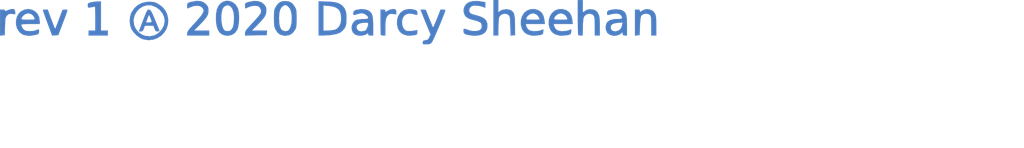
<source format=kicad_pcb>

(kicad_pcb (version 4) (host pcbnew 4.0.7)

	(general
		(links 0)
		(no_connects 0)
		(area 77.052499 41.877835 92.193313 53.630501)
		(thickness 1.6)
		(drawings 8)
		(tracks 0)
		(zones 0)
		(modules 1)
		(nets 1)
	)

	(page A4)
	(layers
		(0 F.Cu signal)
		(31 B.Cu signal)
		(32 B.Adhes user)
		(33 F.Adhes user)
		(34 B.Paste user)
		(35 F.Paste user)
		(36 B.SilkS user)
		(37 F.SilkS user)
		(38 B.Mask user)
		(39 F.Mask user)
		(40 Dwgs.User user)
		(41 Cmts.User user)
		(42 Eco1.User user)
		(43 Eco2.User user)
		(44 Edge.Cuts user)
		(45 Margin user)
		(46 B.CrtYd user)
		(47 F.CrtYd user)
		(48 B.Fab user)
		(49 F.Fab user)
	)

	(setup
		(last_trace_width 0.25)
		(trace_clearance 0.2)
		(zone_clearance 0.508)
		(zone_45_only no)
		(trace_min 0.2)
		(segment_width 0.2)
		(edge_width 0.15)
		(via_size 0.6)
		(via_drill 0.4)
		(via_min_size 0.4)
		(via_min_drill 0.3)
		(uvia_size 0.3)
		(uvia_drill 0.1)
		(uvias_allowed no)
		(uvia_min_size 0.2)
		(uvia_min_drill 0.1)
		(pcb_text_width 0.3)
		(pcb_text_size 1.5 1.5)
		(mod_edge_width 0.15)
		(mod_text_size 1 1)
		(mod_text_width 0.15)
		(pad_size 1.524 1.524)
		(pad_drill 0.762)
		(pad_to_mask_clearance 0.2)
		(aux_axis_origin 0 0)
		(visible_elements FFFFFF7F)
		(pcbplotparams
			(layerselection 0x010f0_80000001)
			(usegerberextensions false)
			(excludeedgelayer true)
			(linewidth 0.100000)
			(plotframeref false)
			(viasonmask false)
			(mode 1)
			(useauxorigin false)
			(hpglpennumber 1)
			(hpglpenspeed 20)
			(hpglpendiameter 15)
			(hpglpenoverlay 2)
			(psnegative false)
			(psa4output false)
			(plotreference true)
			(plotvalue true)
			(plotinvisibletext false)
			(padsonsilk false)
			(subtractmaskfromsilk false)
			(outputformat 1)
			(mirror false)
			(drillshape 1)
			(scaleselection 1)
			(outputdirectory gerbers/))
	)

	(net 0 "")

	(net_class Default "This is the default net class."
		(clearance 0.2)
		(trace_width 0.25)
		(via_dia 0.6)
		(via_drill 0.4)
		(uvia_dia 0.3)
		(uvia_drill 0.1)
	)
(module LOGO (layer F.Cu)
  (at 0 0)
 (fp_text reference "G***" (at 0 0) (layer F.SilkS) hide
  (effects (font (thickness 0.3)))
  )
  (fp_text value "LOGO" (at 0.75 0) (layer F.SilkS) hide
  (effects (font (thickness 0.3)))
  )
  (fp_poly (pts (xy -14.014219 -2.915456) (xy -13.991491 -2.901907) (xy -13.991167 -2.899884) (xy -13.999321 -2.867246) (xy -14.021883 -2.802753) (xy -14.056005 -2.713207) (xy -14.098836 -2.605409) (xy -14.147529 -2.486160)
     (xy -14.199233 -2.362263) (xy -14.251100 -2.240517) (xy -14.300281 -2.127726) (xy -14.343926 -2.030689) (xy -14.379186 -1.956209) (xy -14.403213 -1.911086) (xy -14.408689 -1.903189) (xy -14.444932 -1.866567)
     (xy -14.484193 -1.848122) (xy -14.542674 -1.841900) (xy -14.576538 -1.841500) (xy -14.642780 -1.842557) (xy -14.676511 -1.849215) (xy -14.687550 -1.866707) (xy -14.685781 -1.899708) (xy -14.675165 -1.939383)
     (xy -14.646679 -1.957859) (xy -14.601507 -1.964379) (xy -14.549810 -1.973801) (xy -14.516255 -1.998958) (xy -14.485941 -2.051610) (xy -14.482923 -2.057971) (xy -14.441915 -2.145100) (xy -14.597541 -2.525060)
     (xy -14.645636 -2.642940) (xy -14.687693 -2.746891) (xy -14.721256 -2.830772) (xy -14.743869 -2.888441) (xy -14.753078 -2.913755) (xy -14.753167 -2.914288) (xy -14.734560 -2.918707) (xy -14.688471 -2.917989)
     (xy -14.674815 -2.916986) (xy -14.596462 -2.910417) (xy -14.489053 -2.641752) (xy -14.448977 -2.542748) (xy -14.413898 -2.458394) (xy -14.387030 -2.396254) (xy -14.371590 -2.363893) (xy -14.369797 -2.361241)
     (xy -14.358341 -2.375513) (xy -14.334779 -2.422750) (xy -14.302106 -2.496368) (xy -14.263317 -2.589783) (xy -14.245188 -2.635198) (xy -14.132425 -2.921000) (xy -14.061796 -2.921000) (xy -14.014219 -2.915456) )(layer B.Cu) (width  0.010000)
  )
  (fp_poly (pts (xy -23.106259 -3.160333) (xy -23.037717 -3.149169) (xy -22.974758 -3.125645) (xy -22.926489 -3.100819) (xy -22.794133 -3.006976) (xy -22.696764 -2.889345) (xy -22.637714 -2.759185) (xy -22.609471 -2.606472)
     (xy -22.619126 -2.460575) (xy -22.662312 -2.325880) (xy -22.734666 -2.206769) (xy -22.831820 -2.107627) (xy -22.949410 -2.032835) (xy -23.083069 -1.986779) (xy -23.228433 -1.973841) (xy -23.381135 -1.998405)
     (xy -23.392125 -2.001684) (xy -23.487594 -2.046993) (xy -23.586236 -2.120144) (xy -23.675292 -2.209758) (xy -23.742003 -2.304458) (xy -23.750866 -2.321604) (xy -23.787760 -2.436948) (xy -23.800500 -2.569322)
     (xy -23.800131 -2.573591) (xy -23.688524 -2.573591) (xy -23.669628 -2.435896) (xy -23.616953 -2.315771) (xy -23.536520 -2.216929) (xy -23.434346 -2.143087) (xy -23.316453 -2.097959) (xy -23.188860 -2.085259)
     (xy -23.057586 -2.108702) (xy -22.984480 -2.139119) (xy -22.880126 -2.213380) (xy -22.795270 -2.314709) (xy -22.736978 -2.431948) (xy -22.712318 -2.553942) (xy -22.711952 -2.569294) (xy -22.731802 -2.697438)
     (xy -22.787675 -2.816762) (xy -22.873297 -2.920238) (xy -22.982397 -3.000840) (xy -23.108700 -3.051538) (xy -23.149989 -3.060024) (xy -23.275121 -3.059955) (xy -23.394327 -3.023253) (xy -23.501296 -2.955617)
     (xy -23.589719 -2.862746) (xy -23.653288 -2.750338) (xy -23.685694 -2.624092) (xy -23.688524 -2.573591) (xy -23.800131 -2.573591) (xy -23.789040 -2.701629) (xy -23.753335 -2.816772) (xy -23.752178 -2.819185)
     (xy -23.664474 -2.957326) (xy -23.552502 -3.060941) (xy -23.417728 -3.129120) (xy -23.261613 -3.160952) (xy -23.198667 -3.163336) (xy -23.106259 -3.160333) )(layer B.Cu) (width  0.010000)
  )
  (fp_poly (pts (xy -26.846803 -2.916110) (xy -26.751641 -2.865504) (xy -26.675365 -2.787982) (xy -26.624732 -2.687130) (xy -26.606500 -2.567265) (xy -26.606500 -2.476500) (xy -26.892250 -2.476500) (xy -27.008840 -2.475878)
     (xy -27.089380 -2.473532) (xy -27.140140 -2.468742) (xy -27.167392 -2.460788) (xy -27.177407 -2.448950) (xy -27.178000 -2.443699) (xy -27.161273 -2.379304) (xy -27.119687 -2.315207) (xy -27.066137 -2.270861)
     (xy -27.062175 -2.268954) (xy -26.985969 -2.249425) (xy -26.889254 -2.244952) (xy -26.790949 -2.255177) (xy -26.719652 -2.275417) (xy -26.663609 -2.298254) (xy -26.636658 -2.301789) (xy -26.628207 -2.281464)
     (xy -26.627667 -2.235834) (xy -26.631314 -2.190299) (xy -26.649880 -2.164887) (xy -26.694798 -2.147621) (xy -26.717625 -2.141599) (xy -26.837861 -2.116806) (xy -26.939923 -2.110498) (xy -27.019250 -2.117429)
     (xy -27.117104 -2.141199) (xy -27.192707 -2.186313) (xy -27.249244 -2.244152) (xy -27.309053 -2.344486) (xy -27.338526 -2.459774) (xy -27.338789 -2.580101) (xy -27.323924 -2.641794) (xy -27.178303 -2.641794)
     (xy -27.164333 -2.620122) (xy -27.118034 -2.608531) (xy -27.035591 -2.604034) (xy -26.966333 -2.603500) (xy -26.861557 -2.605652) (xy -26.790549 -2.611855) (xy -26.756935 -2.621727) (xy -26.754667 -2.625718)
     (xy -26.771164 -2.682049) (xy -26.812063 -2.741110) (xy -26.864472 -2.785596) (xy -26.879271 -2.793008) (xy -26.968394 -2.808826) (xy -27.054020 -2.785003) (xy -27.124511 -2.727320) (xy -27.163758 -2.676531)
     (xy -27.178303 -2.641794) (xy -27.323924 -2.641794) (xy -27.310969 -2.695553) (xy -27.256194 -2.796215) (xy -27.178033 -2.870574) (xy -27.066757 -2.922232) (xy -26.954094 -2.936215) (xy -26.846803 -2.916110) )(layer B.Cu) (width  0.010000)
  )
  (fp_poly (pts (xy -20.696811 -3.187476) (xy -20.600169 -3.148539) (xy -20.516367 -3.079759) (xy -20.452902 -2.983353) (xy -20.435508 -2.939432) (xy -20.414818 -2.844098) (xy -20.405248 -2.726018) (xy -20.406221 -2.598235)
     (xy -20.417158 -2.473793) (xy -20.437483 -2.365738) (xy -20.464191 -2.291601) (xy -20.535694 -2.195342) (xy -20.629313 -2.134443) (xy -20.741461 -2.110629) (xy -20.828000 -2.116760) (xy -20.930013 -2.150317)
     (xy -21.008722 -2.212884) (xy -21.065612 -2.306877) (xy -21.102168 -2.434715) (xy -21.119502 -2.591345) (xy -21.119016 -2.636332) (xy -20.958995 -2.636332) (xy -20.949949 -2.518851) (xy -20.929517 -2.412017)
     (xy -20.897984 -2.325906) (xy -20.855628 -2.270592) (xy -20.855015 -2.270125) (xy -20.798331 -2.247675) (xy -20.730601 -2.246657) (xy -20.671887 -2.266014) (xy -20.654084 -2.280708) (xy -20.618202 -2.329821)
     (xy -20.596108 -2.367306) (xy -20.576598 -2.429512) (xy -20.563564 -2.520108) (xy -20.557676 -2.625550) (xy -20.559603 -2.732295) (xy -20.570014 -2.826801) (xy -20.572718 -2.840875) (xy -20.607090 -2.943192)
     (xy -20.658410 -3.015278) (xy -20.721611 -3.054282) (xy -20.791628 -3.057356) (xy -20.863392 -3.021653) (xy -20.875714 -3.011240) (xy -20.915018 -2.951915) (xy -20.941812 -2.862938) (xy -20.956377 -2.754386)
     (xy -20.958995 -2.636332) (xy -21.119016 -2.636332) (xy -21.117526 -2.773989) (xy -21.090492 -2.923587) (xy -21.038063 -3.041458) (xy -20.988835 -3.103065) (xy -20.898639 -3.166956) (xy -20.798800 -3.194354)
     (xy -20.696811 -3.187476) )(layer B.Cu) (width  0.010000)
  )
  (fp_poly (pts (xy -18.861083 -3.175273) (xy -18.780770 -3.140098) (xy -18.714022 -3.073696) (xy -18.669000 -3.003792) (xy -18.646666 -2.961074) (xy -18.631659 -2.919880) (xy -18.622541 -2.870490) (xy -18.617875 -2.803185)
     (xy -18.616226 -2.708247) (xy -18.616083 -2.645833) (xy -18.616900 -2.531273) (xy -18.620225 -2.449336) (xy -18.627367 -2.390332) (xy -18.639638 -2.344569) (xy -18.658348 -2.302354) (xy -18.663981 -2.291601)
     (xy -18.736668 -2.194870) (xy -18.830814 -2.134208) (xy -18.943840 -2.110834) (xy -19.032303 -2.117225) (xy -19.129067 -2.147390) (xy -19.202513 -2.204441) (xy -19.262085 -2.295843) (xy -19.264539 -2.300778)
     (xy -19.286393 -2.349856) (xy -19.300846 -2.398290) (xy -19.309375 -2.456584) (xy -19.313460 -2.535243) (xy -19.314578 -2.644771) (xy -19.314583 -2.656417) (xy -19.314578 -2.657302) (xy -19.163312 -2.657302)
     (xy -19.156590 -2.505884) (xy -19.135791 -2.391898) (xy -19.099377 -2.312341) (xy -19.045813 -2.264210) (xy -18.973560 -2.244505) (xy -18.951577 -2.243667) (xy -18.882751 -2.260230) (xy -18.841103 -2.297870)
     (xy -18.801119 -2.374114) (xy -18.773173 -2.479900) (xy -18.759335 -2.603626) (xy -18.761676 -2.733689) (xy -18.762231 -2.739889) (xy -18.785078 -2.872421) (xy -18.826620 -2.969752) (xy -18.888548 -3.035450)
     (xy -18.908185 -3.047783) (xy -18.953936 -3.067943) (xy -18.991997 -3.063310) (xy -19.023542 -3.047703) (xy -19.087488 -2.993765) (xy -19.131220 -2.911539) (xy -19.156046 -2.797370) (xy -19.163312 -2.657302)
     (xy -19.314578 -2.657302) (xy -19.313845 -2.767038) (xy -19.310607 -2.845412) (xy -19.303335 -2.901611) (xy -19.290494 -2.945711) (xy -19.270550 -2.987786) (xy -19.261667 -3.003792) (xy -19.198257 -3.096335)
     (xy -19.128675 -3.153117) (xy -19.042548 -3.180499) (xy -18.965333 -3.185583) (xy -18.861083 -3.175273) )(layer B.Cu) (width  0.010000)
  )
  (fp_poly (pts (xy -16.510901 -2.929257) (xy -16.413151 -2.906989) (xy -16.349777 -2.873726) (xy -16.306760 -2.832981) (xy -16.275611 -2.783921) (xy -16.254593 -2.719429) (xy -16.241966 -2.632387) (xy -16.235993 -2.515678)
     (xy -16.234833 -2.403097) (xy -16.234833 -2.116667) (xy -16.308917 -2.116667) (xy -16.359553 -2.121093) (xy -16.380142 -2.139212) (xy -16.383000 -2.162281) (xy -16.385360 -2.193291) (xy -16.399614 -2.191671)
     (xy -16.424726 -2.170133) (xy -16.489509 -2.134409) (xy -16.578956 -2.114705) (xy -16.677480 -2.113931) (xy -16.705723 -2.117697) (xy -16.797361 -2.149755) (xy -16.859627 -2.211567) (xy -16.891291 -2.287079)
     (xy -16.897924 -2.376506) (xy -16.754483 -2.376506) (xy -16.737761 -2.311400) (xy -16.691180 -2.259413) (xy -16.620378 -2.238202) (xy -16.541890 -2.247341) (xy -16.495981 -2.259562) (xy -16.472935 -2.264829)
     (xy -16.472787 -2.264833) (xy -16.453752 -2.282626) (xy -16.428722 -2.326359) (xy -16.404328 -2.381564) (xy -16.387199 -2.433774) (xy -16.383079 -2.460625) (xy -16.386577 -2.497201) (xy -16.405020 -2.513995)
     (xy -16.450135 -2.518587) (xy -16.472958 -2.518715) (xy -16.592418 -2.508698) (xy -16.680857 -2.480327) (xy -16.735728 -2.435599) (xy -16.754483 -2.376506) (xy -16.897924 -2.376506) (xy -16.898616 -2.385830)
     (xy -16.871722 -2.480379) (xy -16.815075 -2.556978) (xy -16.799505 -2.569729) (xy -16.757017 -2.593911) (xy -16.701205 -2.609297) (xy -16.620741 -2.618352) (xy -16.561380 -2.621547) (xy -16.473132 -2.626427)
     (xy -16.419300 -2.633320) (xy -16.391968 -2.644177) (xy -16.383218 -2.660947) (xy -16.383000 -2.665483) (xy -16.401580 -2.713436) (xy -16.448992 -2.760263) (xy -16.512745 -2.795644) (xy -16.554590 -2.807241)
     (xy -16.624354 -2.807028) (xy -16.705161 -2.790860) (xy -16.721667 -2.785544) (xy -16.791506 -2.762304) (xy -16.829951 -2.755868) (xy -16.845410 -2.768624) (xy -16.846291 -2.802955) (xy -16.844716 -2.820458)
     (xy -16.837007 -2.862148) (xy -16.816633 -2.887305) (xy -16.772346 -2.905527) (xy -16.732250 -2.916449) (xy -16.621914 -2.932929) (xy -16.510901 -2.929257) )(layer B.Cu) (width  0.010000)
  )
  (fp_poly (pts (xy -15.030170 -2.930864) (xy -14.939613 -2.914079) (xy -14.896042 -2.897000) (xy -14.871813 -2.869281) (xy -14.859191 -2.827635) (xy -14.858867 -2.786483) (xy -14.871531 -2.760244) (xy -14.889426 -2.758813)
     (xy -15.024322 -2.797246) (xy -15.136424 -2.800169) (xy -15.226037 -2.767552) (xy -15.280247 -2.717761) (xy -15.322257 -2.635283) (xy -15.338274 -2.537369) (xy -15.329365 -2.437154) (xy -15.296597 -2.347778)
     (xy -15.245145 -2.285504) (xy -15.201434 -2.258469) (xy -15.151186 -2.247503) (xy -15.077570 -2.249141) (xy -15.071030 -2.249644) (xy -14.995988 -2.257778) (xy -14.931863 -2.268472) (xy -14.906625 -2.274911)
     (xy -14.873418 -2.281149) (xy -14.860735 -2.262033) (xy -14.859000 -2.226218) (xy -14.865303 -2.176408) (xy -14.880224 -2.148381) (xy -14.928104 -2.131970) (xy -15.002056 -2.120144) (xy -15.085933 -2.114394)
     (xy -15.163587 -2.116209) (xy -15.191104 -2.119697) (xy -15.307985 -2.158663) (xy -15.396989 -2.229173) (xy -15.457079 -2.330035) (xy -15.487218 -2.460056) (xy -15.487237 -2.460243) (xy -15.485048 -2.600015)
     (xy -15.450236 -2.721748) (xy -15.385667 -2.820522) (xy -15.294203 -2.891419) (xy -15.219060 -2.920939) (xy -15.129792 -2.933631) (xy -15.030170 -2.930864) )(layer B.Cu) (width  0.010000)
  )
  (fp_poly (pts (xy -12.887498 -3.175931) (xy -12.742333 -3.149989) (xy -12.742333 -3.067245) (xy -12.744148 -3.014911) (xy -12.748669 -2.986311) (xy -12.750332 -2.984500) (xy -12.773193 -2.991816) (xy -12.819273 -3.009846)
     (xy -12.829707 -3.014145) (xy -12.948582 -3.045079) (xy -13.093413 -3.051718) (xy -13.107458 -3.051077) (xy -13.173312 -3.030657) (xy -13.221686 -2.984727) (xy -13.247581 -2.924715) (xy -13.245998 -2.862051)
     (xy -13.213216 -2.809304) (xy -13.174715 -2.788097) (xy -13.108517 -2.764047) (xy -13.028525 -2.742160) (xy -13.023640 -2.741037) (xy -12.885983 -2.700453) (xy -12.786306 -2.648277) (xy -12.721072 -2.581185)
     (xy -12.686742 -2.495851) (xy -12.679146 -2.417241) (xy -12.696063 -2.305517) (xy -12.746663 -2.218214) (xy -12.829449 -2.156210) (xy -12.942922 -2.120381) (xy -13.085583 -2.111603) (xy -13.187091 -2.120009)
     (xy -13.290837 -2.136174) (xy -13.359097 -2.155421) (xy -13.398709 -2.181753) (xy -13.416513 -2.219174) (xy -13.419667 -2.256195) (xy -13.419224 -2.295399) (xy -13.412622 -2.316973) (xy -13.391953 -2.321787)
     (xy -13.349308 -2.310714) (xy -13.276777 -2.284624) (xy -13.250333 -2.274857) (xy -13.158315 -2.252741) (xy -13.060268 -2.247993) (xy -12.970288 -2.259774) (xy -12.902473 -2.287243) (xy -12.890828 -2.296287)
     (xy -12.856677 -2.352672) (xy -12.849342 -2.423655) (xy -12.869032 -2.490905) (xy -12.888304 -2.516637) (xy -12.928355 -2.541050) (xy -12.995954 -2.567504) (xy -13.076985 -2.590538) (xy -13.082795 -2.591882)
     (xy -13.203159 -2.624244) (xy -13.288760 -2.660382) (xy -13.347164 -2.704581) (xy -13.385938 -2.761127) (xy -13.387575 -2.764519) (xy -13.416749 -2.862792) (xy -13.407930 -2.962313) (xy -13.389191 -3.016467)
     (xy -13.333415 -3.097305) (xy -13.246073 -3.153823) (xy -13.131092 -3.184773) (xy -12.992399 -3.188905) (xy -12.887498 -3.175931) )(layer B.Cu) (width  0.010000)
  )
  (fp_poly (pts (xy -11.198301 -2.931775) (xy -11.083078 -2.895704) (xy -10.997256 -2.830504) (xy -10.939506 -2.734619) (xy -10.908498 -2.606494) (xy -10.906680 -2.590535) (xy -10.894911 -2.476500) (xy -11.490545 -2.476500)
     (xy -11.471229 -2.407708) (xy -11.432053 -2.324608) (xy -11.367587 -2.271725) (xy -11.274004 -2.246596) (xy -11.216473 -2.243667) (xy -11.132875 -2.248973) (xy -11.054377 -2.262592) (xy -11.016570 -2.274337)
     (xy -10.943167 -2.305007) (xy -10.943167 -2.234268) (xy -10.954404 -2.173005) (xy -10.980208 -2.148691) (xy -11.048423 -2.130708) (xy -11.139513 -2.118296) (xy -11.234191 -2.113262) (xy -11.313166 -2.117413)
     (xy -11.313583 -2.117474) (xy -11.437937 -2.153177) (xy -11.532938 -2.219313) (xy -11.597999 -2.315256) (xy -11.632533 -2.440379) (xy -11.634904 -2.460243) (xy -11.632185 -2.597519) (xy -11.619339 -2.641842)
     (xy -11.472333 -2.641842) (xy -11.468403 -2.624363) (xy -11.451592 -2.613145) (xy -11.414372 -2.606832) (xy -11.349214 -2.604070) (xy -11.259240 -2.603500) (xy -11.162919 -2.603831) (xy -11.101757 -2.605968)
     (xy -11.068582 -2.611633) (xy -11.056220 -2.622545) (xy -11.057499 -2.640424) (xy -11.060590 -2.651125) (xy -11.103194 -2.729869) (xy -11.169825 -2.783878) (xy -11.249865 -2.807413) (xy -11.329040 -2.796171)
     (xy -11.390902 -2.760394) (xy -11.441993 -2.709848) (xy -11.470148 -2.657636) (xy -11.472333 -2.641842) (xy -11.619339 -2.641842) (xy -11.597339 -2.717747) (xy -11.534673 -2.816277) (xy -11.448492 -2.888460)
     (xy -11.343099 -2.929647) (xy -11.222801 -2.935189) (xy -11.198301 -2.931775) )(layer B.Cu) (width  0.010000)
  )
  (fp_poly (pts (xy -10.330468 -2.931775) (xy -10.215245 -2.895704) (xy -10.129423 -2.830504) (xy -10.071673 -2.734619) (xy -10.040665 -2.606494) (xy -10.038847 -2.590535) (xy -10.027078 -2.476500) (xy -10.622712 -2.476500)
     (xy -10.603396 -2.407708) (xy -10.564219 -2.324608) (xy -10.499753 -2.271725) (xy -10.406171 -2.246596) (xy -10.348640 -2.243667) (xy -10.265041 -2.248973) (xy -10.186543 -2.262592) (xy -10.148737 -2.274337)
     (xy -10.075333 -2.305007) (xy -10.075333 -2.234268) (xy -10.086571 -2.173005) (xy -10.112375 -2.148691) (xy -10.180589 -2.130708) (xy -10.271680 -2.118296) (xy -10.366357 -2.113262) (xy -10.445332 -2.117413)
     (xy -10.445750 -2.117474) (xy -10.570104 -2.153177) (xy -10.665104 -2.219313) (xy -10.730165 -2.315256) (xy -10.764700 -2.440379) (xy -10.767071 -2.460243) (xy -10.764351 -2.597519) (xy -10.751506 -2.641842)
     (xy -10.604500 -2.641842) (xy -10.600570 -2.624363) (xy -10.583759 -2.613145) (xy -10.546539 -2.606832) (xy -10.481380 -2.604070) (xy -10.391407 -2.603500) (xy -10.295085 -2.603831) (xy -10.233924 -2.605968)
     (xy -10.200748 -2.611633) (xy -10.188387 -2.622545) (xy -10.189665 -2.640424) (xy -10.192757 -2.651125) (xy -10.235360 -2.729869) (xy -10.301992 -2.783878) (xy -10.382031 -2.807413) (xy -10.461207 -2.796171)
     (xy -10.523069 -2.760394) (xy -10.574160 -2.709848) (xy -10.602314 -2.657636) (xy -10.604500 -2.641842) (xy -10.751506 -2.641842) (xy -10.729506 -2.717747) (xy -10.666840 -2.816277) (xy -10.580658 -2.888460)
     (xy -10.475266 -2.929647) (xy -10.354968 -2.935189) (xy -10.330468 -2.931775) )(layer B.Cu) (width  0.010000)
  )
  (fp_poly (pts (xy -8.570628 -2.920329) (xy -8.488250 -2.897298) (xy -8.471428 -2.888696) (xy -8.423740 -2.854861) (xy -8.388848 -2.813495) (xy -8.364875 -2.757853) (xy -8.349944 -2.681185) (xy -8.342178 -2.576744)
     (xy -8.339699 -2.437784) (xy -8.339667 -2.415093) (xy -8.339667 -2.116667) (xy -8.403167 -2.116667) (xy -8.448364 -2.122170) (xy -8.464965 -2.146487) (xy -8.466667 -2.173273) (xy -8.466667 -2.229879)
     (xy -8.518463 -2.181219) (xy -8.584078 -2.141019) (xy -8.670104 -2.115177) (xy -8.755505 -2.109427) (xy -8.773583 -2.111675) (xy -8.877857 -2.144207) (xy -8.948054 -2.201131) (xy -8.986460 -2.285157)
     (xy -8.995541 -2.372678) (xy -8.847343 -2.372678) (xy -8.836224 -2.305706) (xy -8.798140 -2.264208) (xy -8.762598 -2.247660) (xy -8.688356 -2.239947) (xy -8.608328 -2.261604) (xy -8.544384 -2.304708)
     (xy -8.514922 -2.351121) (xy -8.491690 -2.416473) (xy -8.487761 -2.434564) (xy -8.471373 -2.524185) (xy -8.617732 -2.513713) (xy -8.727196 -2.498242) (xy -8.799514 -2.468872) (xy -8.838216 -2.423437)
     (xy -8.847343 -2.372678) (xy -8.995541 -2.372678) (xy -8.995833 -2.375489) (xy -8.981265 -2.471981) (xy -8.936316 -2.543801) (xy -8.859121 -2.592243) (xy -8.747814 -2.618603) (xy -8.636680 -2.624667)
     (xy -8.550733 -2.627630) (xy -8.501962 -2.639257) (xy -8.485454 -2.663656) (xy -8.496298 -2.704934) (xy -8.509346 -2.731146) (xy -8.559040 -2.780340) (xy -8.640335 -2.802395) (xy -8.752284 -2.797238)
     (xy -8.893938 -2.764797) (xy -8.905875 -2.761219) (xy -8.939190 -2.756279) (xy -8.951849 -2.776556) (xy -8.953500 -2.811057) (xy -8.947540 -2.855624) (xy -8.921870 -2.882712) (xy -8.874125 -2.902651)
     (xy -8.779441 -2.923556) (xy -8.672983 -2.929265) (xy -8.570628 -2.920329) )(layer B.Cu) (width  0.010000)
  )
  (fp_poly (pts (xy -27.436521 -2.938207) (xy -27.396544 -2.926949) (xy -27.378334 -2.896611) (xy -27.372821 -2.857500) (xy -27.366558 -2.783417) (xy -27.468088 -2.790396) (xy -27.535395 -2.791196) (xy -27.579541 -2.778004)
     (xy -27.618911 -2.744956) (xy -27.622517 -2.741160) (xy -27.644250 -2.715461) (xy -27.659508 -2.687066) (xy -27.669847 -2.647767) (xy -27.676820 -2.589357) (xy -27.681984 -2.503630) (xy -27.686000 -2.406098)
     (xy -27.696583 -2.127250) (xy -27.765375 -2.120617) (xy -27.834167 -2.113985) (xy -27.834167 -2.921000) (xy -27.760083 -2.921000) (xy -27.704330 -2.913612) (xy -27.686002 -2.890797) (xy -27.686000 -2.890440)
     (xy -27.679083 -2.875028) (xy -27.652707 -2.877412) (xy -27.598438 -2.898638) (xy -27.589979 -2.902355) (xy -27.520857 -2.926492) (xy -27.457404 -2.938289) (xy -27.436521 -2.938207) )(layer B.Cu) (width  0.010000)
  )
  (fp_poly (pts (xy -25.752720 -2.916121) (xy -25.749021 -2.899241) (xy -25.755216 -2.866207) (xy -25.772195 -2.812294) (xy -25.800848 -2.732777) (xy -25.842067 -2.622929) (xy -25.896741 -2.478026) (xy -25.897315 -2.476500)
     (xy -26.028691 -2.127250) (xy -26.121961 -2.121008) (xy -26.215231 -2.114767) (xy -26.358598 -2.502008) (xy -26.402822 -2.622325) (xy -26.441443 -2.729052) (xy -26.472217 -2.815850) (xy -26.492900 -2.876381)
     (xy -26.501248 -2.904308) (xy -26.501316 -2.905125) (xy -26.482265 -2.915764) (xy -26.436481 -2.920912) (xy -26.428905 -2.921000) (xy -26.357144 -2.921000) (xy -26.244756 -2.614789) (xy -26.205555 -2.510437)
     (xy -26.170892 -2.422770) (xy -26.143477 -2.358281) (xy -26.126018 -2.323465) (xy -26.121554 -2.319391) (xy -26.110675 -2.342065) (xy -26.088038 -2.397150) (xy -26.056542 -2.477339) (xy -26.019085 -2.575327)
     (xy -26.002168 -2.620311) (xy -25.893596 -2.910417) (xy -25.814264 -2.917098) (xy -25.786232 -2.920324) (xy -25.765420 -2.921574) (xy -25.752720 -2.916121) )(layer B.Cu) (width  0.010000)
  )
  (fp_poly (pts (xy -24.701500 -2.264833) (xy -24.489833 -2.264833) (xy -24.489833 -2.116667) (xy -25.082500 -2.116667) (xy -25.082500 -2.264833) (xy -24.870833 -2.264833) (xy -24.870833 -2.647260) (xy -24.871102 -2.783146)
     (xy -24.872272 -2.882207) (xy -24.874894 -2.949949) (xy -24.879517 -2.991879) (xy -24.886689 -3.013503) (xy -24.896959 -3.020329) (xy -24.907875 -3.018805) (xy -24.953134 -3.007897) (xy -25.015373 -2.995463)
     (xy -25.024292 -2.993856) (xy -25.075947 -2.986650) (xy -25.098259 -2.996151) (xy -25.103554 -3.031591) (xy -25.103667 -3.053306) (xy -25.101685 -3.095000) (xy -25.089078 -3.119467) (xy -25.055857 -3.134837)
     (xy -24.992030 -3.149240) (xy -24.983720 -3.150911) (xy -24.900207 -3.164720) (xy -24.819133 -3.173435) (xy -24.782637 -3.175000) (xy -24.701500 -3.175000) (xy -24.701500 -2.264833) )(layer B.Cu) (width  0.010000)
  )
  (fp_poly (pts (xy -21.612655 -3.186972) (xy -21.507363 -3.149088) (xy -21.422408 -3.078500) (xy -21.380331 -3.022054) (xy -21.361271 -2.966078) (xy -21.357167 -2.898046) (xy -21.361236 -2.829754) (xy -21.376276 -2.768224)
     (xy -21.406533 -2.706333) (xy -21.456252 -2.636962) (xy -21.529680 -2.552989) (xy -21.617998 -2.460625) (xy -21.809465 -2.264833) (xy -21.336000 -2.264833) (xy -21.336000 -2.116667) (xy -22.013333 -2.116667)
     (xy -22.013333 -2.182433) (xy -22.008713 -2.212862) (xy -21.992209 -2.248824) (xy -21.959858 -2.295714) (xy -21.907696 -2.358926) (xy -21.831761 -2.443855) (xy -21.779865 -2.500226) (xy -21.670882 -2.620621)
     (xy -21.590896 -2.716778) (xy -21.537865 -2.793244) (xy -21.509746 -2.854568) (xy -21.504498 -2.905299) (xy -21.520079 -2.949986) (xy -21.554447 -2.993177) (xy -21.557288 -2.996046) (xy -21.624242 -3.035031)
     (xy -21.714570 -3.048188) (xy -21.817896 -3.035245) (xy -21.904520 -3.005202) (xy -21.960114 -2.980691) (xy -21.997336 -2.965619) (xy -22.005062 -2.963333) (xy -22.010316 -2.982094) (xy -22.013165 -3.028775)
     (xy -22.013333 -3.045211) (xy -22.011696 -3.090886) (xy -22.000396 -3.118523) (xy -21.969855 -3.137183) (xy -21.910491 -3.155927) (xy -21.890237 -3.161628) (xy -21.739430 -3.191001) (xy -21.612655 -3.186972) )(layer B.Cu) (width  0.010000)
  )
  (fp_poly (pts (xy -19.808362 -3.184178) (xy -19.700140 -3.142721) (xy -19.620484 -3.075359) (xy -19.581490 -3.023102) (xy -19.562936 -2.970243) (xy -19.558011 -2.896737) (xy -19.558000 -2.891467) (xy -19.562326 -2.826434)
     (xy -19.578011 -2.766254) (xy -19.609115 -2.704417) (xy -19.659696 -2.634414) (xy -19.733815 -2.549735) (xy -19.835531 -2.443871) (xy -19.839880 -2.439458) (xy -20.012149 -2.264833) (xy -19.534151 -2.264833)
     (xy -19.540784 -2.196042) (xy -19.547417 -2.127250) (xy -20.214167 -2.115592) (xy -20.214167 -2.186410) (xy -20.210697 -2.216785) (xy -20.197571 -2.249885) (xy -20.170716 -2.291234) (xy -20.126059 -2.346358)
     (xy -20.059528 -2.420784) (xy -19.972637 -2.514097) (xy -19.868555 -2.628024) (xy -19.789948 -2.721076) (xy -19.738812 -2.790752) (xy -19.717228 -2.834158) (xy -19.719488 -2.915497) (xy -19.757320 -2.989997)
     (xy -19.788999 -3.020869) (xy -19.843150 -3.041160) (xy -19.921837 -3.045572) (xy -20.010651 -3.034819) (xy -20.095183 -3.009615) (xy -20.105353 -3.005202) (xy -20.160948 -2.980691) (xy -20.198169 -2.965619)
     (xy -20.205895 -2.963333) (xy -20.211149 -2.982094) (xy -20.213998 -3.028775) (xy -20.214167 -3.045211) (xy -20.212529 -3.090886) (xy -20.201230 -3.118523) (xy -20.170688 -3.137183) (xy -20.111325 -3.155927)
     (xy -20.091070 -3.161628) (xy -19.938262 -3.190405) (xy -19.808362 -3.184178) )(layer B.Cu) (width  0.010000)
  )
  (fp_poly (pts (xy -17.668875 -3.170553) (xy -17.521319 -3.161786) (xy -17.407510 -3.146233) (xy -17.319096 -3.121526) (xy -17.247722 -3.085299) (xy -17.185033 -3.035184) (xy -17.182418 -3.032694) (xy -17.120686 -2.955369)
     (xy -17.081894 -2.860104) (xy -17.064046 -2.739710) (xy -17.064134 -2.606206) (xy -17.070612 -2.508197) (xy -17.080945 -2.439482) (xy -17.098263 -2.387027) (xy -17.125696 -2.337798) (xy -17.130278 -2.330790)
     (xy -17.184186 -2.267689) (xy -17.250034 -2.214113) (xy -17.271090 -2.201798) (xy -17.361613 -2.168318) (xy -17.483271 -2.141853) (xy -17.625191 -2.124194) (xy -17.776497 -2.117133) (xy -17.785292 -2.117086)
     (xy -17.928167 -2.116667) (xy -17.928167 -2.259525) (xy -17.780000 -2.259525) (xy -17.599596 -2.268994) (xy -17.497654 -2.277062) (xy -17.427368 -2.290091) (xy -17.378141 -2.310416) (xy -17.361471 -2.321486)
     (xy -17.289456 -2.391978) (xy -17.245703 -2.479077) (xy -17.226416 -2.591675) (xy -17.224719 -2.641891) (xy -17.234447 -2.774705) (xy -17.267870 -2.876568) (xy -17.328533 -2.951050) (xy -17.419984 -3.001725)
     (xy -17.545770 -3.032163) (xy -17.620874 -3.040761) (xy -17.780000 -3.054212) (xy -17.780000 -2.259525) (xy -17.928167 -2.259525) (xy -17.928167 -3.180111) (xy -17.668875 -3.170553) )(layer B.Cu) (width  0.010000)
  )
  (fp_poly (pts (xy -15.563213 -2.933244) (xy -15.557976 -2.931734) (xy -15.525836 -2.907626) (xy -15.515260 -2.856348) (xy -15.515167 -2.848598) (xy -15.515167 -2.779048) (xy -15.619636 -2.789086) (xy -15.686382 -2.792405)
     (xy -15.728965 -2.782697) (xy -15.764810 -2.754857) (xy -15.775801 -2.743345) (xy -15.806953 -2.703421) (xy -15.828769 -2.656707) (xy -15.842789 -2.595175) (xy -15.850551 -2.510797) (xy -15.853593 -2.395547)
     (xy -15.853833 -2.336271) (xy -15.853833 -2.116667) (xy -15.913806 -2.116667) (xy -15.962283 -2.121200) (xy -15.987889 -2.130778) (xy -15.992375 -2.155486) (xy -15.996273 -2.215583) (xy -15.999338 -2.304127)
     (xy -16.001328 -2.414175) (xy -16.002000 -2.532945) (xy -16.002000 -2.921000) (xy -15.927917 -2.921000) (xy -15.877063 -2.916411) (xy -15.856463 -2.898108) (xy -15.853833 -2.877226) (xy -15.851962 -2.848880)
     (xy -15.839110 -2.846096) (xy -15.804423 -2.868383) (xy -15.795625 -2.874594) (xy -15.718378 -2.914640) (xy -15.634865 -2.935642) (xy -15.563213 -2.933244) )(layer B.Cu) (width  0.010000)
  )
  (fp_poly (pts (xy -12.340167 -2.835066) (xy -12.276994 -2.881772) (xy -12.202479 -2.915776) (xy -12.109003 -2.930242) (xy -12.015809 -2.923873) (xy -11.955432 -2.903466) (xy -11.908185 -2.872203) (xy -11.873468 -2.831935)
     (xy -11.849440 -2.776146) (xy -11.834257 -2.698317) (xy -11.826077 -2.591931) (xy -11.823057 -2.450469) (xy -11.822971 -2.434875) (xy -11.821583 -2.127250) (xy -11.888318 -2.120771) (xy -11.955053 -2.114291)
     (xy -11.962402 -2.411253) (xy -11.965845 -2.530344) (xy -11.970091 -2.614719) (xy -11.976332 -2.671992) (xy -11.985760 -2.709778) (xy -11.999567 -2.735692) (xy -12.016147 -2.754583) (xy -12.081149 -2.792212)
     (xy -12.158952 -2.797711) (xy -12.235659 -2.771798) (xy -12.275704 -2.741145) (xy -12.297490 -2.717311) (xy -12.312694 -2.691537) (xy -12.322747 -2.655829) (xy -12.329084 -2.602197) (xy -12.333138 -2.522649)
     (xy -12.336340 -2.409193) (xy -12.336515 -2.401996) (xy -12.343447 -2.116667) (xy -12.488333 -2.116667) (xy -12.488333 -3.217333) (xy -12.340167 -3.217333) (xy -12.340167 -2.835066) )(layer B.Cu) (width  0.010000)
  )
  (fp_poly (pts (xy -9.715500 -3.016250) (xy -9.715187 -2.923480) (xy -9.713172 -2.866755) (xy -9.707837 -2.839788) (xy -9.697566 -2.836290) (xy -9.680743 -2.849975) (xy -9.674380 -2.856287) (xy -9.593289 -2.909357)
     (xy -9.493378 -2.932401) (xy -9.388256 -2.922607) (xy -9.373732 -2.918403) (xy -9.310296 -2.891704) (xy -9.267551 -2.851926) (xy -9.233958 -2.794807) (xy -9.214500 -2.752055) (xy -9.201147 -2.708511)
     (xy -9.192781 -2.655094) (xy -9.188282 -2.582726) (xy -9.186531 -2.482328) (xy -9.186333 -2.408515) (xy -9.186333 -2.116667) (xy -9.334500 -2.116667) (xy -9.334500 -2.390838) (xy -9.336408 -2.508648)
     (xy -9.341715 -2.608551) (xy -9.349795 -2.682045) (xy -9.358584 -2.717867) (xy -9.402616 -2.769396) (xy -9.467700 -2.794846) (xy -9.541631 -2.794332) (xy -9.612204 -2.767965) (xy -9.667210 -2.715858)
     (xy -9.667765 -2.715018) (xy -9.684453 -2.680512) (xy -9.696371 -2.631070) (xy -9.704576 -2.558925) (xy -9.710125 -2.456311) (xy -9.712334 -2.387511) (xy -9.719751 -2.116667) (xy -9.777598 -2.116667)
     (xy -9.825283 -2.121361) (xy -9.849556 -2.130778) (xy -9.853399 -2.154966) (xy -9.856844 -2.215657) (xy -9.859742 -2.307022) (xy -9.861941 -2.423232) (xy -9.863294 -2.558457) (xy -9.863667 -2.681111)
     (xy -9.863667 -3.217333) (xy -9.715500 -3.217333) (xy -9.715500 -3.016250) )(layer B.Cu) (width  0.010000)
  )
  (fp_poly (pts (xy -7.594119 -2.912355) (xy -7.514610 -2.859677) (xy -7.466575 -2.794000) (xy -7.451107 -2.755054) (xy -7.440457 -2.705508) (xy -7.433837 -2.637372) (xy -7.430458 -2.542654) (xy -7.429533 -2.418292)
     (xy -7.429500 -2.116667) (xy -7.577667 -2.116667) (xy -7.577667 -2.410655) (xy -7.578416 -2.532100) (xy -7.581208 -2.618702) (xy -7.586861 -2.677936) (xy -7.596194 -2.717273) (xy -7.610023 -2.744189)
     (xy -7.614873 -2.750592) (xy -7.669680 -2.787992) (xy -7.741879 -2.799695) (xy -7.816353 -2.787122) (xy -7.877986 -2.751692) (xy -7.900481 -2.723775) (xy -7.912346 -2.682824) (xy -7.923183 -2.607436)
     (xy -7.932082 -2.505508) (xy -7.937500 -2.402417) (xy -7.948083 -2.127250) (xy -8.016875 -2.120617) (xy -8.085667 -2.113985) (xy -8.085667 -2.921000) (xy -8.011583 -2.921000) (xy -7.960619 -2.916331)
     (xy -7.940016 -2.897930) (xy -7.937500 -2.878033) (xy -7.935699 -2.850718) (xy -7.923347 -2.848014) (xy -7.890017 -2.870194) (xy -7.877249 -2.879611) (xy -7.785679 -2.924457) (xy -7.687889 -2.934659)
     (xy -7.594119 -2.912355) )(layer B.Cu) (width  0.010000)
  )
  (fp_poly (pts (xy -23.208340 -2.917657) (xy -23.201482 -2.916804) (xy -23.179617 -2.910835) (xy -23.159068 -2.894713) (xy -23.136588 -2.862775) (xy -23.108932 -2.809359) (xy -23.072852 -2.728803) (xy -23.025101 -2.615445)
     (xy -23.015760 -2.592917) (xy -22.971374 -2.485016) (xy -22.933193 -2.390843) (xy -22.903980 -2.317324) (xy -22.886497 -2.271383) (xy -22.882728 -2.259542) (xy -22.899816 -2.248108) (xy -22.940293 -2.243667)
     (xy -22.979989 -2.249849) (xy -23.006717 -2.275554) (xy -23.031449 -2.331523) (xy -23.032218 -2.333625) (xy -23.065018 -2.423583) (xy -23.336250 -2.423583) (xy -23.367348 -2.333625) (xy -23.391043 -2.276629)
     (xy -23.416845 -2.250250) (xy -23.455547 -2.243671) (xy -23.457124 -2.243667) (xy -23.515803 -2.243667) (xy -23.465595 -2.375958) (xy -23.411357 -2.518833) (xy -23.301626 -2.518833) (xy -23.207813 -2.518833)
     (xy -23.151500 -2.522033) (xy -23.118038 -2.530116) (xy -23.114017 -2.534708) (xy -23.121270 -2.563621) (xy -23.139138 -2.615625) (xy -23.161828 -2.675525) (xy -23.183548 -2.728123) (xy -23.198502 -2.758223)
     (xy -23.199880 -2.759936) (xy -23.211661 -2.747235) (xy -23.232422 -2.704036) (xy -23.255861 -2.644492) (xy -23.301626 -2.518833) (xy -23.411357 -2.518833) (xy -23.404382 -2.537206) (xy -23.356205 -2.663197)
     (xy -23.318973 -2.758214) (xy -23.290596 -2.826539) (xy -23.268982 -2.872455) (xy -23.252041 -2.900242) (xy -23.237681 -2.914183) (xy -23.223811 -2.918561) (xy -23.208340 -2.917657) )(layer B.Cu) (width  0.010000)
  )
)
(module LOGO (layer F.Cu)
  (at 0 0)
 (fp_text reference "G***" (at 0 0) (layer F.SilkS) hide
  (effects (font (thickness 0.3)))
  )
  (fp_text value "LOGO" (at 0.75 0) (layer F.SilkS) hide
  (effects (font (thickness 0.3)))
  )
)
(module LOGO (layer F.Cu)
  (at 0 0)
 (fp_text reference "G***" (at 0 0) (layer F.SilkS) hide
  (effects (font (thickness 0.3)))
  )
  (fp_text value "LOGO" (at 0.75 0) (layer F.SilkS) hide
  (effects (font (thickness 0.3)))
  )
)
(module LOGO (layer F.Cu)
  (at 0 0)
 (fp_text reference "G***" (at 0 0) (layer F.SilkS) hide
  (effects (font (thickness 0.3)))
  )
  (fp_text value "LOGO" (at 0.75 0) (layer F.SilkS) hide
  (effects (font (thickness 0.3)))
  )
)
(module LOGO (layer F.Cu)
  (at 0 0)
 (fp_text reference "G***" (at 0 0) (layer F.SilkS) hide
  (effects (font (thickness 0.3)))
  )
  (fp_text value "LOGO" (at 0.75 0) (layer F.SilkS) hide
  (effects (font (thickness 0.3)))
  )
)
(module LOGO (layer F.Cu)
  (at 0 0)
 (fp_text reference "G***" (at 0 0) (layer F.SilkS) hide
  (effects (font (thickness 0.3)))
  )
  (fp_text value "LOGO" (at 0.75 0) (layer F.SilkS) hide
  (effects (font (thickness 0.3)))
  )
)
(module LOGO (layer F.Cu)
  (at 0 0)
 (fp_text reference "G***" (at 0 0) (layer F.SilkS) hide
  (effects (font (thickness 0.3)))
  )
  (fp_text value "LOGO" (at 0.75 0) (layer F.SilkS) hide
  (effects (font (thickness 0.3)))
  )
)

)

</source>
